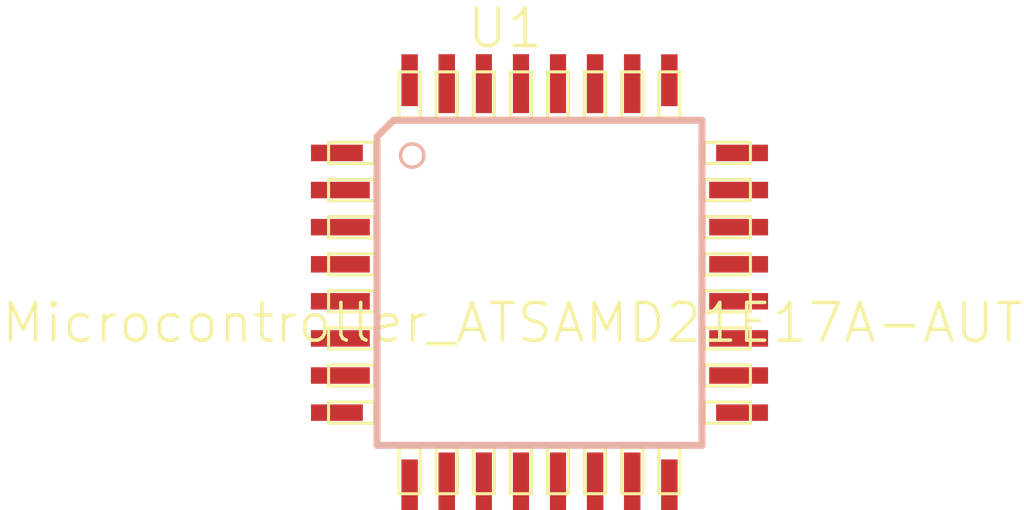
<source format=kicad_pcb>
(kicad_pcb (version 20171130) (host pcbnew 5.1.9-1.fc33)

  (general
    (thickness 1.6)
    (drawings 0)
    (tracks 0)
    (zones 0)
    (modules 1)
    (nets 32)
  )

  (page A4)
  (layers
    (0 F.Cu signal)
    (31 B.Cu signal)
    (32 B.Adhes user)
    (33 F.Adhes user)
    (34 B.Paste user)
    (35 F.Paste user)
    (36 B.SilkS user)
    (37 F.SilkS user)
    (38 B.Mask user)
    (39 F.Mask user)
    (40 Dwgs.User user)
    (41 Cmts.User user)
    (42 Eco1.User user)
    (43 Eco2.User user)
    (44 Edge.Cuts user)
    (45 Margin user)
    (46 B.CrtYd user)
    (47 F.CrtYd user)
    (48 B.Fab user)
    (49 F.Fab user)
  )

  (setup
    (last_trace_width 0.25)
    (trace_clearance 0.2)
    (zone_clearance 0.508)
    (zone_45_only no)
    (trace_min 0.2)
    (via_size 0.8)
    (via_drill 0.4)
    (via_min_size 0.4)
    (via_min_drill 0.3)
    (uvia_size 0.3)
    (uvia_drill 0.1)
    (uvias_allowed no)
    (uvia_min_size 0.2)
    (uvia_min_drill 0.1)
    (edge_width 0.05)
    (segment_width 0.2)
    (pcb_text_width 0.3)
    (pcb_text_size 1.5 1.5)
    (mod_edge_width 0.12)
    (mod_text_size 1 1)
    (mod_text_width 0.15)
    (pad_size 1.524 1.524)
    (pad_drill 0.762)
    (pad_to_mask_clearance 0)
    (aux_axis_origin 0 0)
    (visible_elements FFFFFF7F)
    (pcbplotparams
      (layerselection 0x010fc_ffffffff)
      (usegerberextensions false)
      (usegerberattributes true)
      (usegerberadvancedattributes true)
      (creategerberjobfile true)
      (excludeedgelayer true)
      (linewidth 0.100000)
      (plotframeref false)
      (viasonmask false)
      (mode 1)
      (useauxorigin false)
      (hpglpennumber 1)
      (hpglpenspeed 20)
      (hpglpendiameter 15.000000)
      (psnegative false)
      (psa4output false)
      (plotreference true)
      (plotvalue true)
      (plotinvisibletext false)
      (padsonsilk false)
      (subtractmaskfromsilk false)
      (outputformat 1)
      (mirror false)
      (drillshape 1)
      (scaleselection 1)
      (outputdirectory ""))
  )

  (net 0 "")
  (net 1 "Net-(U1-Pad1)")
  (net 2 "Net-(U1-Pad2)")
  (net 3 "Net-(U1-Pad3)")
  (net 4 "Net-(U1-Pad4)")
  (net 5 "Net-(U1-Pad5)")
  (net 6 "Net-(U1-Pad6)")
  (net 7 "Net-(U1-Pad7)")
  (net 8 "Net-(U1-Pad8)")
  (net 9 "Net-(U1-Pad9)")
  (net 10 "Net-(U1-Pad10)")
  (net 11 "Net-(U1-Pad11)")
  (net 12 "Net-(U1-Pad12)")
  (net 13 "Net-(U1-Pad13)")
  (net 14 "Net-(U1-Pad14)")
  (net 15 "Net-(U1-Pad15)")
  (net 16 "Net-(U1-Pad16)")
  (net 17 "Net-(U1-Pad17)")
  (net 18 "Net-(U1-Pad18)")
  (net 19 "Net-(U1-Pad19)")
  (net 20 "Net-(U1-Pad20)")
  (net 21 "Net-(U1-Pad21)")
  (net 22 "Net-(U1-Pad22)")
  (net 23 "Net-(U1-Pad23)")
  (net 24 "Net-(U1-Pad24)")
  (net 25 "Net-(U1-Pad25)")
  (net 26 "Net-(U1-Pad26)")
  (net 27 "Net-(U1-Pad27)")
  (net 28 "Net-(U1-Pad29)")
  (net 29 "Net-(U1-Pad30)")
  (net 30 "Net-(U1-Pad31)")
  (net 31 "Net-(U1-Pad32)")

  (net_class Default "This is the default net class."
    (clearance 0.2)
    (trace_width 0.25)
    (via_dia 0.8)
    (via_drill 0.4)
    (uvia_dia 0.3)
    (uvia_drill 0.1)
    (add_net "Net-(U1-Pad1)")
    (add_net "Net-(U1-Pad10)")
    (add_net "Net-(U1-Pad11)")
    (add_net "Net-(U1-Pad12)")
    (add_net "Net-(U1-Pad13)")
    (add_net "Net-(U1-Pad14)")
    (add_net "Net-(U1-Pad15)")
    (add_net "Net-(U1-Pad16)")
    (add_net "Net-(U1-Pad17)")
    (add_net "Net-(U1-Pad18)")
    (add_net "Net-(U1-Pad19)")
    (add_net "Net-(U1-Pad2)")
    (add_net "Net-(U1-Pad20)")
    (add_net "Net-(U1-Pad21)")
    (add_net "Net-(U1-Pad22)")
    (add_net "Net-(U1-Pad23)")
    (add_net "Net-(U1-Pad24)")
    (add_net "Net-(U1-Pad25)")
    (add_net "Net-(U1-Pad26)")
    (add_net "Net-(U1-Pad27)")
    (add_net "Net-(U1-Pad29)")
    (add_net "Net-(U1-Pad3)")
    (add_net "Net-(U1-Pad30)")
    (add_net "Net-(U1-Pad31)")
    (add_net "Net-(U1-Pad32)")
    (add_net "Net-(U1-Pad4)")
    (add_net "Net-(U1-Pad5)")
    (add_net "Net-(U1-Pad6)")
    (add_net "Net-(U1-Pad7)")
    (add_net "Net-(U1-Pad8)")
    (add_net "Net-(U1-Pad9)")
  )

  (module fabacademy2021:fab-TQFP32-08THIN (layer F.Cu) (tedit 200000) (tstamp 6081C688)
    (at 135.6 24)
    (path /6080F968)
    (attr smd)
    (fp_text reference U1 (at -0.7366 -5.4864) (layer F.SilkS)
      (effects (font (size 0.8128 0.8128) (thickness 0.0762)))
    )
    (fp_text value Microcontroller_ATSAMD21E17A-AUT (at -0.5842 0.8636) (layer F.SilkS)
      (effects (font (size 0.8128 0.8128) (thickness 0.0762)))
    )
    (fp_circle (center -2.7432 -2.7432) (end -2.921 -2.921) (layer B.SilkS) (width 0.0762))
    (fp_line (start -3.1496 -3.50266) (end -3.50266 -3.1496) (layer B.SilkS) (width 0.1524))
    (fp_line (start -3.1496 -3.50266) (end 3.50266 -3.50266) (layer B.SilkS) (width 0.1524))
    (fp_line (start -3.50266 3.50266) (end -3.50266 -3.1496) (layer B.SilkS) (width 0.1524))
    (fp_line (start 3.50266 3.50266) (end -3.50266 3.50266) (layer B.SilkS) (width 0.1524))
    (fp_line (start 3.50266 -3.50266) (end 3.50266 3.50266) (layer B.SilkS) (width 0.1524))
    (fp_line (start -3.02768 -3.556) (end -3.02768 -4.5466) (layer F.SilkS) (width 0.06604))
    (fp_line (start -3.02768 -4.5466) (end -2.57048 -4.5466) (layer F.SilkS) (width 0.06604))
    (fp_line (start -2.57048 -3.556) (end -2.57048 -4.5466) (layer F.SilkS) (width 0.06604))
    (fp_line (start -3.02768 -3.556) (end -2.57048 -3.556) (layer F.SilkS) (width 0.06604))
    (fp_line (start -2.22758 -3.556) (end -2.22758 -4.5466) (layer F.SilkS) (width 0.06604))
    (fp_line (start -2.22758 -4.5466) (end -1.77038 -4.5466) (layer F.SilkS) (width 0.06604))
    (fp_line (start -1.77038 -3.556) (end -1.77038 -4.5466) (layer F.SilkS) (width 0.06604))
    (fp_line (start -2.22758 -3.556) (end -1.77038 -3.556) (layer F.SilkS) (width 0.06604))
    (fp_line (start -1.42748 -3.556) (end -1.42748 -4.5466) (layer F.SilkS) (width 0.06604))
    (fp_line (start -1.42748 -4.5466) (end -0.97028 -4.5466) (layer F.SilkS) (width 0.06604))
    (fp_line (start -0.97028 -3.556) (end -0.97028 -4.5466) (layer F.SilkS) (width 0.06604))
    (fp_line (start -1.42748 -3.556) (end -0.97028 -3.556) (layer F.SilkS) (width 0.06604))
    (fp_line (start -0.62738 -3.556) (end -0.62738 -4.5466) (layer F.SilkS) (width 0.06604))
    (fp_line (start -0.62738 -4.5466) (end -0.17018 -4.5466) (layer F.SilkS) (width 0.06604))
    (fp_line (start -0.17018 -3.556) (end -0.17018 -4.5466) (layer F.SilkS) (width 0.06604))
    (fp_line (start -0.62738 -3.556) (end -0.17018 -3.556) (layer F.SilkS) (width 0.06604))
    (fp_line (start 0.17018 -3.556) (end 0.17018 -4.5466) (layer F.SilkS) (width 0.06604))
    (fp_line (start 0.17018 -4.5466) (end 0.62738 -4.5466) (layer F.SilkS) (width 0.06604))
    (fp_line (start 0.62738 -3.556) (end 0.62738 -4.5466) (layer F.SilkS) (width 0.06604))
    (fp_line (start 0.17018 -3.556) (end 0.62738 -3.556) (layer F.SilkS) (width 0.06604))
    (fp_line (start 0.97028 -3.556) (end 0.97028 -4.5466) (layer F.SilkS) (width 0.06604))
    (fp_line (start 0.97028 -4.5466) (end 1.42748 -4.5466) (layer F.SilkS) (width 0.06604))
    (fp_line (start 1.42748 -3.556) (end 1.42748 -4.5466) (layer F.SilkS) (width 0.06604))
    (fp_line (start 0.97028 -3.556) (end 1.42748 -3.556) (layer F.SilkS) (width 0.06604))
    (fp_line (start 1.77038 -3.556) (end 1.77038 -4.5466) (layer F.SilkS) (width 0.06604))
    (fp_line (start 1.77038 -4.5466) (end 2.22758 -4.5466) (layer F.SilkS) (width 0.06604))
    (fp_line (start 2.22758 -3.556) (end 2.22758 -4.5466) (layer F.SilkS) (width 0.06604))
    (fp_line (start 1.77038 -3.556) (end 2.22758 -3.556) (layer F.SilkS) (width 0.06604))
    (fp_line (start 2.57048 -3.556) (end 2.57048 -4.5466) (layer F.SilkS) (width 0.06604))
    (fp_line (start 2.57048 -4.5466) (end 3.02768 -4.5466) (layer F.SilkS) (width 0.06604))
    (fp_line (start 3.02768 -3.556) (end 3.02768 -4.5466) (layer F.SilkS) (width 0.06604))
    (fp_line (start 2.57048 -3.556) (end 3.02768 -3.556) (layer F.SilkS) (width 0.06604))
    (fp_line (start 3.556 -2.57048) (end 3.556 -3.02768) (layer F.SilkS) (width 0.06604))
    (fp_line (start 3.556 -3.02768) (end 4.5466 -3.02768) (layer F.SilkS) (width 0.06604))
    (fp_line (start 4.5466 -2.57048) (end 4.5466 -3.02768) (layer F.SilkS) (width 0.06604))
    (fp_line (start 3.556 -2.57048) (end 4.5466 -2.57048) (layer F.SilkS) (width 0.06604))
    (fp_line (start 3.556 -1.77038) (end 3.556 -2.22758) (layer F.SilkS) (width 0.06604))
    (fp_line (start 3.556 -2.22758) (end 4.5466 -2.22758) (layer F.SilkS) (width 0.06604))
    (fp_line (start 4.5466 -1.77038) (end 4.5466 -2.22758) (layer F.SilkS) (width 0.06604))
    (fp_line (start 3.556 -1.77038) (end 4.5466 -1.77038) (layer F.SilkS) (width 0.06604))
    (fp_line (start 3.556 -0.97028) (end 3.556 -1.42748) (layer F.SilkS) (width 0.06604))
    (fp_line (start 3.556 -1.42748) (end 4.5466 -1.42748) (layer F.SilkS) (width 0.06604))
    (fp_line (start 4.5466 -0.97028) (end 4.5466 -1.42748) (layer F.SilkS) (width 0.06604))
    (fp_line (start 3.556 -0.97028) (end 4.5466 -0.97028) (layer F.SilkS) (width 0.06604))
    (fp_line (start 3.556 -0.17018) (end 3.556 -0.62738) (layer F.SilkS) (width 0.06604))
    (fp_line (start 3.556 -0.62738) (end 4.5466 -0.62738) (layer F.SilkS) (width 0.06604))
    (fp_line (start 4.5466 -0.17018) (end 4.5466 -0.62738) (layer F.SilkS) (width 0.06604))
    (fp_line (start 3.556 -0.17018) (end 4.5466 -0.17018) (layer F.SilkS) (width 0.06604))
    (fp_line (start 3.556 0.62738) (end 3.556 0.17018) (layer F.SilkS) (width 0.06604))
    (fp_line (start 3.556 0.17018) (end 4.5466 0.17018) (layer F.SilkS) (width 0.06604))
    (fp_line (start 4.5466 0.62738) (end 4.5466 0.17018) (layer F.SilkS) (width 0.06604))
    (fp_line (start 3.556 0.62738) (end 4.5466 0.62738) (layer F.SilkS) (width 0.06604))
    (fp_line (start 3.556 1.42748) (end 3.556 0.97028) (layer F.SilkS) (width 0.06604))
    (fp_line (start 3.556 0.97028) (end 4.5466 0.97028) (layer F.SilkS) (width 0.06604))
    (fp_line (start 4.5466 1.42748) (end 4.5466 0.97028) (layer F.SilkS) (width 0.06604))
    (fp_line (start 3.556 1.42748) (end 4.5466 1.42748) (layer F.SilkS) (width 0.06604))
    (fp_line (start 3.556 2.22758) (end 3.556 1.77038) (layer F.SilkS) (width 0.06604))
    (fp_line (start 3.556 1.77038) (end 4.5466 1.77038) (layer F.SilkS) (width 0.06604))
    (fp_line (start 4.5466 2.22758) (end 4.5466 1.77038) (layer F.SilkS) (width 0.06604))
    (fp_line (start 3.556 2.22758) (end 4.5466 2.22758) (layer F.SilkS) (width 0.06604))
    (fp_line (start 3.556 3.02768) (end 3.556 2.57048) (layer F.SilkS) (width 0.06604))
    (fp_line (start 3.556 2.57048) (end 4.5466 2.57048) (layer F.SilkS) (width 0.06604))
    (fp_line (start 4.5466 3.02768) (end 4.5466 2.57048) (layer F.SilkS) (width 0.06604))
    (fp_line (start 3.556 3.02768) (end 4.5466 3.02768) (layer F.SilkS) (width 0.06604))
    (fp_line (start 2.57048 4.5466) (end 2.57048 3.556) (layer F.SilkS) (width 0.06604))
    (fp_line (start 2.57048 3.556) (end 3.02768 3.556) (layer F.SilkS) (width 0.06604))
    (fp_line (start 3.02768 4.5466) (end 3.02768 3.556) (layer F.SilkS) (width 0.06604))
    (fp_line (start 2.57048 4.5466) (end 3.02768 4.5466) (layer F.SilkS) (width 0.06604))
    (fp_line (start 1.77038 4.5466) (end 1.77038 3.556) (layer F.SilkS) (width 0.06604))
    (fp_line (start 1.77038 3.556) (end 2.22758 3.556) (layer F.SilkS) (width 0.06604))
    (fp_line (start 2.22758 4.5466) (end 2.22758 3.556) (layer F.SilkS) (width 0.06604))
    (fp_line (start 1.77038 4.5466) (end 2.22758 4.5466) (layer F.SilkS) (width 0.06604))
    (fp_line (start 0.97028 4.5466) (end 0.97028 3.556) (layer F.SilkS) (width 0.06604))
    (fp_line (start 0.97028 3.556) (end 1.42748 3.556) (layer F.SilkS) (width 0.06604))
    (fp_line (start 1.42748 4.5466) (end 1.42748 3.556) (layer F.SilkS) (width 0.06604))
    (fp_line (start 0.97028 4.5466) (end 1.42748 4.5466) (layer F.SilkS) (width 0.06604))
    (fp_line (start 0.17018 4.5466) (end 0.17018 3.556) (layer F.SilkS) (width 0.06604))
    (fp_line (start 0.17018 3.556) (end 0.62738 3.556) (layer F.SilkS) (width 0.06604))
    (fp_line (start 0.62738 4.5466) (end 0.62738 3.556) (layer F.SilkS) (width 0.06604))
    (fp_line (start 0.17018 4.5466) (end 0.62738 4.5466) (layer F.SilkS) (width 0.06604))
    (fp_line (start -0.62738 4.5466) (end -0.62738 3.556) (layer F.SilkS) (width 0.06604))
    (fp_line (start -0.62738 3.556) (end -0.17018 3.556) (layer F.SilkS) (width 0.06604))
    (fp_line (start -0.17018 4.5466) (end -0.17018 3.556) (layer F.SilkS) (width 0.06604))
    (fp_line (start -0.62738 4.5466) (end -0.17018 4.5466) (layer F.SilkS) (width 0.06604))
    (fp_line (start -1.42748 4.5466) (end -1.42748 3.556) (layer F.SilkS) (width 0.06604))
    (fp_line (start -1.42748 3.556) (end -0.97028 3.556) (layer F.SilkS) (width 0.06604))
    (fp_line (start -0.97028 4.5466) (end -0.97028 3.556) (layer F.SilkS) (width 0.06604))
    (fp_line (start -1.42748 4.5466) (end -0.97028 4.5466) (layer F.SilkS) (width 0.06604))
    (fp_line (start -2.22758 4.5466) (end -2.22758 3.556) (layer F.SilkS) (width 0.06604))
    (fp_line (start -2.22758 3.556) (end -1.77038 3.556) (layer F.SilkS) (width 0.06604))
    (fp_line (start -1.77038 4.5466) (end -1.77038 3.556) (layer F.SilkS) (width 0.06604))
    (fp_line (start -2.22758 4.5466) (end -1.77038 4.5466) (layer F.SilkS) (width 0.06604))
    (fp_line (start -3.02768 4.5466) (end -3.02768 3.556) (layer F.SilkS) (width 0.06604))
    (fp_line (start -3.02768 3.556) (end -2.57048 3.556) (layer F.SilkS) (width 0.06604))
    (fp_line (start -2.57048 4.5466) (end -2.57048 3.556) (layer F.SilkS) (width 0.06604))
    (fp_line (start -3.02768 4.5466) (end -2.57048 4.5466) (layer F.SilkS) (width 0.06604))
    (fp_line (start -4.5466 3.02768) (end -4.5466 2.57048) (layer F.SilkS) (width 0.06604))
    (fp_line (start -4.5466 2.57048) (end -3.556 2.57048) (layer F.SilkS) (width 0.06604))
    (fp_line (start -3.556 3.02768) (end -3.556 2.57048) (layer F.SilkS) (width 0.06604))
    (fp_line (start -4.5466 3.02768) (end -3.556 3.02768) (layer F.SilkS) (width 0.06604))
    (fp_line (start -4.5466 2.22758) (end -4.5466 1.77038) (layer F.SilkS) (width 0.06604))
    (fp_line (start -4.5466 1.77038) (end -3.556 1.77038) (layer F.SilkS) (width 0.06604))
    (fp_line (start -3.556 2.22758) (end -3.556 1.77038) (layer F.SilkS) (width 0.06604))
    (fp_line (start -4.5466 2.22758) (end -3.556 2.22758) (layer F.SilkS) (width 0.06604))
    (fp_line (start -4.5466 1.42748) (end -4.5466 0.97028) (layer F.SilkS) (width 0.06604))
    (fp_line (start -4.5466 0.97028) (end -3.556 0.97028) (layer F.SilkS) (width 0.06604))
    (fp_line (start -3.556 1.42748) (end -3.556 0.97028) (layer F.SilkS) (width 0.06604))
    (fp_line (start -4.5466 1.42748) (end -3.556 1.42748) (layer F.SilkS) (width 0.06604))
    (fp_line (start -4.5466 0.62738) (end -4.5466 0.17018) (layer F.SilkS) (width 0.06604))
    (fp_line (start -4.5466 0.17018) (end -3.556 0.17018) (layer F.SilkS) (width 0.06604))
    (fp_line (start -3.556 0.62738) (end -3.556 0.17018) (layer F.SilkS) (width 0.06604))
    (fp_line (start -4.5466 0.62738) (end -3.556 0.62738) (layer F.SilkS) (width 0.06604))
    (fp_line (start -4.5466 -0.17018) (end -4.5466 -0.62738) (layer F.SilkS) (width 0.06604))
    (fp_line (start -4.5466 -0.62738) (end -3.556 -0.62738) (layer F.SilkS) (width 0.06604))
    (fp_line (start -3.556 -0.17018) (end -3.556 -0.62738) (layer F.SilkS) (width 0.06604))
    (fp_line (start -4.5466 -0.17018) (end -3.556 -0.17018) (layer F.SilkS) (width 0.06604))
    (fp_line (start -4.5466 -0.97028) (end -4.5466 -1.42748) (layer F.SilkS) (width 0.06604))
    (fp_line (start -4.5466 -1.42748) (end -3.556 -1.42748) (layer F.SilkS) (width 0.06604))
    (fp_line (start -3.556 -0.97028) (end -3.556 -1.42748) (layer F.SilkS) (width 0.06604))
    (fp_line (start -4.5466 -0.97028) (end -3.556 -0.97028) (layer F.SilkS) (width 0.06604))
    (fp_line (start -4.5466 -1.77038) (end -4.5466 -2.22758) (layer F.SilkS) (width 0.06604))
    (fp_line (start -4.5466 -2.22758) (end -3.556 -2.22758) (layer F.SilkS) (width 0.06604))
    (fp_line (start -3.556 -1.77038) (end -3.556 -2.22758) (layer F.SilkS) (width 0.06604))
    (fp_line (start -4.5466 -1.77038) (end -3.556 -1.77038) (layer F.SilkS) (width 0.06604))
    (fp_line (start -4.5466 -2.57048) (end -4.5466 -3.02768) (layer F.SilkS) (width 0.06604))
    (fp_line (start -4.5466 -3.02768) (end -3.556 -3.02768) (layer F.SilkS) (width 0.06604))
    (fp_line (start -3.556 -2.57048) (end -3.556 -3.02768) (layer F.SilkS) (width 0.06604))
    (fp_line (start -4.5466 -2.57048) (end -3.556 -2.57048) (layer F.SilkS) (width 0.06604))
    (pad 1 smd rect (at -4.36626 -2.79908) (size 1.1176 0.3556) (layers F.Cu F.Paste F.Mask)
      (net 1 "Net-(U1-Pad1)"))
    (pad 2 smd rect (at -4.2926 -1.99898) (size 1.27 0.3556) (layers F.Cu F.Paste F.Mask)
      (net 2 "Net-(U1-Pad2)"))
    (pad 3 smd rect (at -4.2926 -1.19888) (size 1.27 0.3556) (layers F.Cu F.Paste F.Mask)
      (net 3 "Net-(U1-Pad3)"))
    (pad 4 smd rect (at -4.2926 -0.39878) (size 1.27 0.3556) (layers F.Cu F.Paste F.Mask)
      (net 4 "Net-(U1-Pad4)"))
    (pad 5 smd rect (at -4.2926 0.39878) (size 1.27 0.3556) (layers F.Cu F.Paste F.Mask)
      (net 5 "Net-(U1-Pad5)"))
    (pad 6 smd rect (at -4.2926 1.19888) (size 1.27 0.3556) (layers F.Cu F.Paste F.Mask)
      (net 6 "Net-(U1-Pad6)"))
    (pad 7 smd rect (at -4.2926 1.99898) (size 1.27 0.3556) (layers F.Cu F.Paste F.Mask)
      (net 7 "Net-(U1-Pad7)"))
    (pad 8 smd rect (at -4.36626 2.79908) (size 1.1176 0.3556) (layers F.Cu F.Paste F.Mask)
      (net 8 "Net-(U1-Pad8)"))
    (pad 9 smd rect (at -2.79908 4.36626) (size 0.3556 1.1176) (layers F.Cu F.Paste F.Mask)
      (net 9 "Net-(U1-Pad9)"))
    (pad 10 smd rect (at -1.99898 4.2926) (size 0.3556 1.27) (layers F.Cu F.Paste F.Mask)
      (net 10 "Net-(U1-Pad10)"))
    (pad 11 smd rect (at -1.19888 4.2926) (size 0.34798 1.27) (layers F.Cu F.Paste F.Mask)
      (net 11 "Net-(U1-Pad11)"))
    (pad 12 smd rect (at -0.39878 4.2926) (size 0.34798 1.27) (layers F.Cu F.Paste F.Mask)
      (net 12 "Net-(U1-Pad12)"))
    (pad 13 smd rect (at 0.39878 4.2926) (size 0.34798 1.27) (layers F.Cu F.Paste F.Mask)
      (net 13 "Net-(U1-Pad13)"))
    (pad 14 smd rect (at 1.19888 4.2926) (size 0.3556 1.27) (layers F.Cu F.Paste F.Mask)
      (net 14 "Net-(U1-Pad14)"))
    (pad 15 smd rect (at 1.99898 4.2926) (size 0.3556 1.27) (layers F.Cu F.Paste F.Mask)
      (net 15 "Net-(U1-Pad15)"))
    (pad 16 smd rect (at 2.79908 4.36626) (size 0.3556 1.1176) (layers F.Cu F.Paste F.Mask)
      (net 16 "Net-(U1-Pad16)"))
    (pad 17 smd rect (at 4.36626 2.79908) (size 1.1176 0.3556) (layers F.Cu F.Paste F.Mask)
      (net 17 "Net-(U1-Pad17)"))
    (pad 18 smd rect (at 4.2926 1.99898) (size 1.27 0.3556) (layers F.Cu F.Paste F.Mask)
      (net 18 "Net-(U1-Pad18)"))
    (pad 19 smd rect (at 4.2926 1.19888) (size 1.27 0.3556) (layers F.Cu F.Paste F.Mask)
      (net 19 "Net-(U1-Pad19)"))
    (pad 20 smd rect (at 4.2926 0.39878) (size 1.27 0.3556) (layers F.Cu F.Paste F.Mask)
      (net 20 "Net-(U1-Pad20)"))
    (pad 21 smd rect (at 4.2926 -0.39878) (size 1.27 0.3556) (layers F.Cu F.Paste F.Mask)
      (net 21 "Net-(U1-Pad21)"))
    (pad 22 smd rect (at 4.2926 -1.19888) (size 1.27 0.3556) (layers F.Cu F.Paste F.Mask)
      (net 22 "Net-(U1-Pad22)"))
    (pad 23 smd rect (at 4.2926 -1.99898) (size 1.27 0.3556) (layers F.Cu F.Paste F.Mask)
      (net 23 "Net-(U1-Pad23)"))
    (pad 24 smd rect (at 4.36626 -2.79908) (size 1.1176 0.3556) (layers F.Cu F.Paste F.Mask)
      (net 24 "Net-(U1-Pad24)"))
    (pad 25 smd rect (at 2.79908 -4.36626) (size 0.3556 1.1176) (layers F.Cu F.Paste F.Mask)
      (net 25 "Net-(U1-Pad25)"))
    (pad 26 smd rect (at 1.99898 -4.2926) (size 0.3556 1.27) (layers F.Cu F.Paste F.Mask)
      (net 26 "Net-(U1-Pad26)"))
    (pad 27 smd rect (at 1.19888 -4.2926) (size 0.3556 1.27) (layers F.Cu F.Paste F.Mask)
      (net 27 "Net-(U1-Pad27)"))
    (pad 28 smd rect (at 0.39878 -4.2926) (size 0.34798 1.27) (layers F.Cu F.Paste F.Mask)
      (net 10 "Net-(U1-Pad10)"))
    (pad 29 smd rect (at -0.39878 -4.2926) (size 0.34798 1.27) (layers F.Cu F.Paste F.Mask)
      (net 28 "Net-(U1-Pad29)"))
    (pad 30 smd rect (at -1.19888 -4.2926) (size 0.34798 1.27) (layers F.Cu F.Paste F.Mask)
      (net 29 "Net-(U1-Pad30)"))
    (pad 31 smd rect (at -1.99898 -4.2926) (size 0.3556 1.27) (layers F.Cu F.Paste F.Mask)
      (net 30 "Net-(U1-Pad31)"))
    (pad 32 smd rect (at -2.79908 -4.36626) (size 0.3556 1.1176) (layers F.Cu F.Paste F.Mask)
      (net 31 "Net-(U1-Pad32)"))
  )

)

</source>
